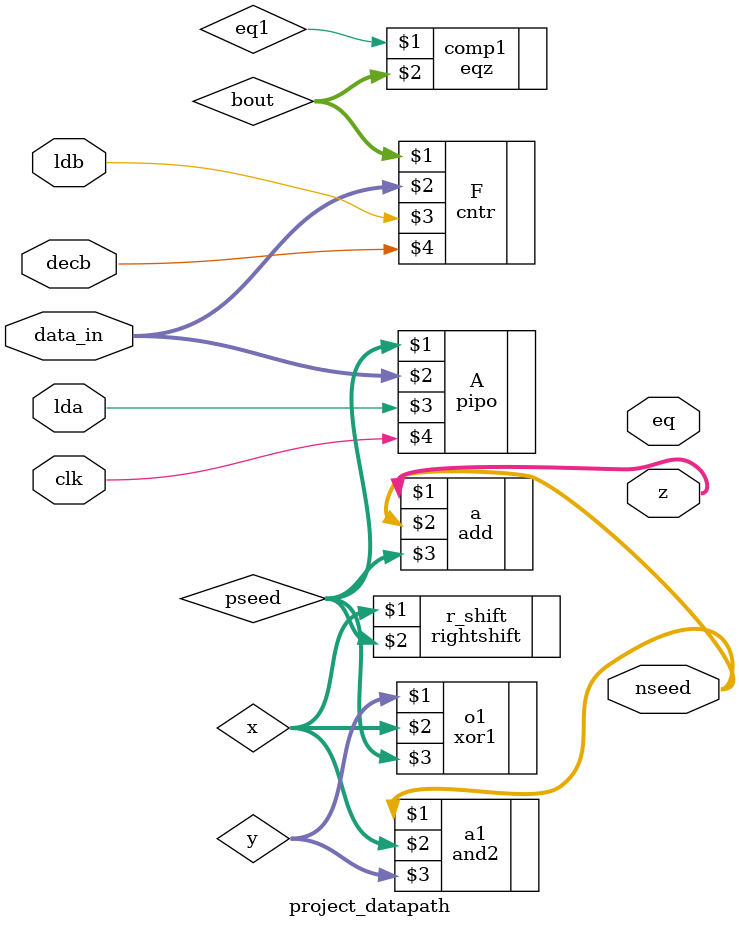
<source format=v>
`timescale 1ns / 1ps
module project_datapath(eq,lda,ldb,decb,z,nseed,data_in,clk);
input lda,ldb;
input decb;
input clk;
input[15:0] data_in;
output[15:0] z,nseed;
output eq;
wire[15:0] pseed,bout,x,y;
pipo A(pseed,data_in,lda,clk);
rightshift r_shift(x,pseed);
xor1 o1(y,x,pseed);
and2 a1(nseed,x,y);
eqz comp1(eq1,bout);
cntr F(bout,data_in,ldb,decb);

add a(z,nseed,pseed);
endmodule


</source>
